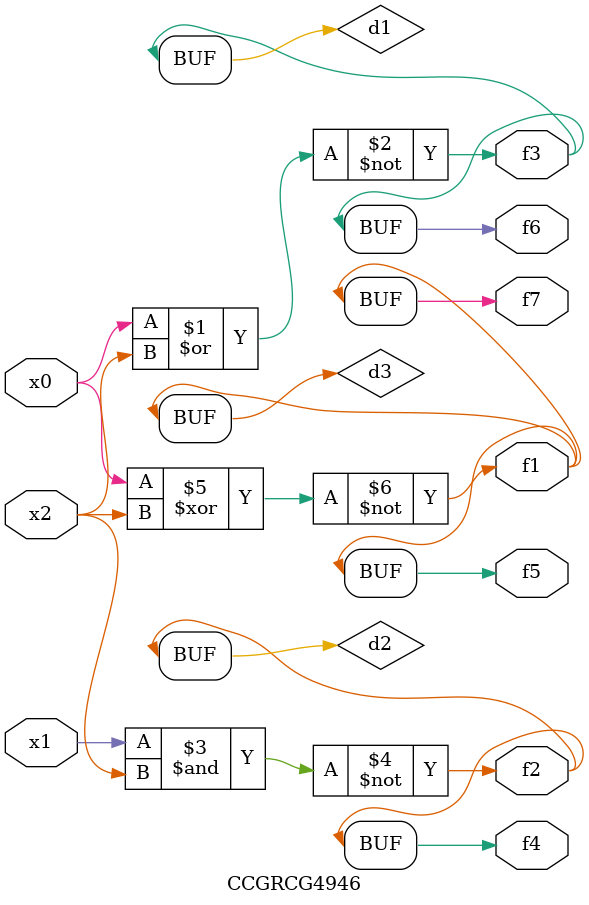
<source format=v>
module CCGRCG4946(
	input x0, x1, x2,
	output f1, f2, f3, f4, f5, f6, f7
);

	wire d1, d2, d3;

	nor (d1, x0, x2);
	nand (d2, x1, x2);
	xnor (d3, x0, x2);
	assign f1 = d3;
	assign f2 = d2;
	assign f3 = d1;
	assign f4 = d2;
	assign f5 = d3;
	assign f6 = d1;
	assign f7 = d3;
endmodule

</source>
